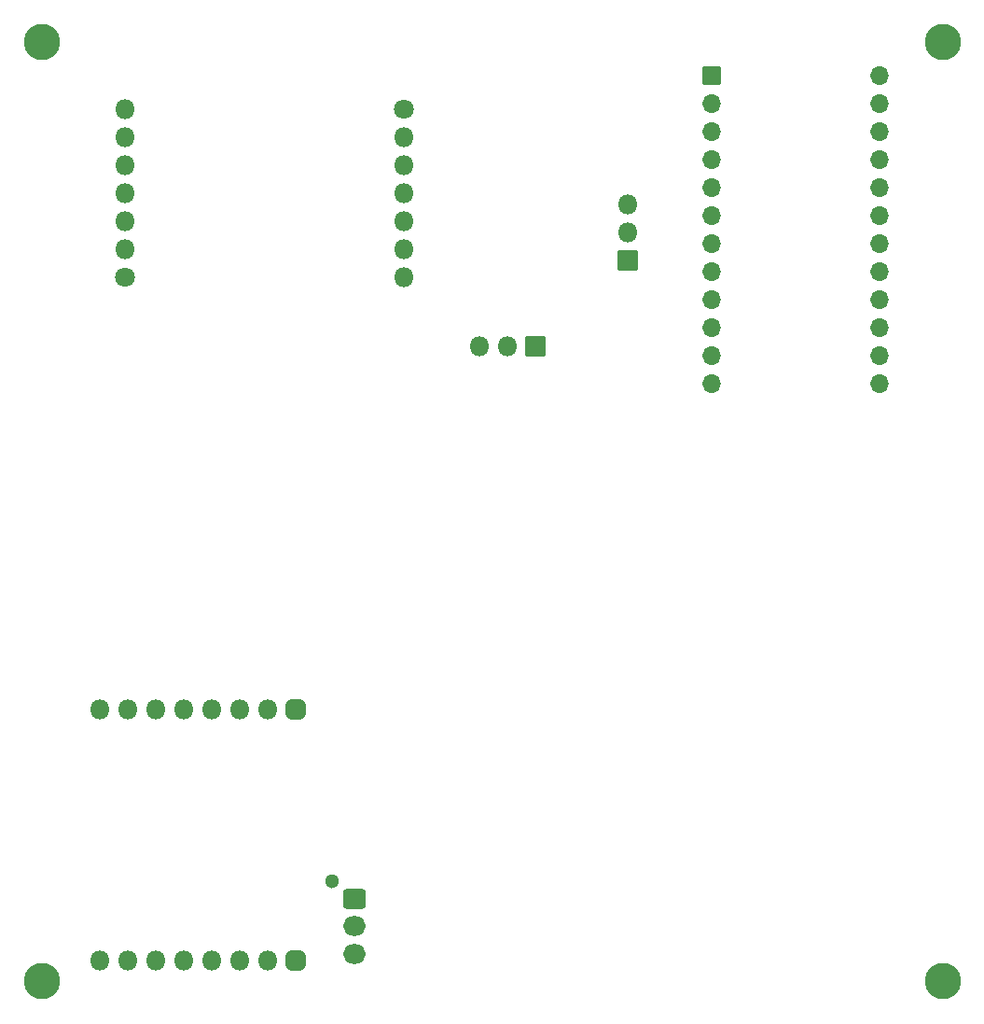
<source format=gbr>
%TF.GenerationSoftware,KiCad,Pcbnew,(6.0.1)*%
%TF.CreationDate,2023-04-08T22:05:36+08:00*%
%TF.ProjectId,Scroller Motor 1,5363726f-6c6c-4657-9220-4d6f746f7220,rev?*%
%TF.SameCoordinates,Original*%
%TF.FileFunction,Soldermask,Bot*%
%TF.FilePolarity,Negative*%
%FSLAX46Y46*%
G04 Gerber Fmt 4.6, Leading zero omitted, Abs format (unit mm)*
G04 Created by KiCad (PCBNEW (6.0.1)) date 2023-04-08 22:05:36*
%MOMM*%
%LPD*%
G01*
G04 APERTURE LIST*
G04 Aperture macros list*
%AMRoundRect*
0 Rectangle with rounded corners*
0 $1 Rounding radius*
0 $2 $3 $4 $5 $6 $7 $8 $9 X,Y pos of 4 corners*
0 Add a 4 corners polygon primitive as box body*
4,1,4,$2,$3,$4,$5,$6,$7,$8,$9,$2,$3,0*
0 Add four circle primitives for the rounded corners*
1,1,$1+$1,$2,$3*
1,1,$1+$1,$4,$5*
1,1,$1+$1,$6,$7*
1,1,$1+$1,$8,$9*
0 Add four rect primitives between the rounded corners*
20,1,$1+$1,$2,$3,$4,$5,0*
20,1,$1+$1,$4,$5,$6,$7,0*
20,1,$1+$1,$6,$7,$8,$9,0*
20,1,$1+$1,$8,$9,$2,$3,0*%
G04 Aperture macros list end*
%ADD10RoundRect,0.449500X0.450500X-0.450500X0.450500X0.450500X-0.450500X0.450500X-0.450500X-0.450500X0*%
%ADD11O,1.800000X1.800000*%
%ADD12C,3.300000*%
%ADD13RoundRect,0.050000X-0.850000X0.850000X-0.850000X-0.850000X0.850000X-0.850000X0.850000X0.850000X0*%
%ADD14RoundRect,0.050000X0.800000X0.800000X-0.800000X0.800000X-0.800000X-0.800000X0.800000X-0.800000X0*%
%ADD15O,1.700000X1.700000*%
%ADD16RoundRect,0.050000X0.850000X0.850000X-0.850000X0.850000X-0.850000X-0.850000X0.850000X-0.850000X0*%
%ADD17C,1.800000*%
%ADD18C,1.300000*%
%ADD19RoundRect,0.300000X-0.725000X0.600000X-0.725000X-0.600000X0.725000X-0.600000X0.725000X0.600000X0*%
%ADD20O,2.050000X1.800000*%
G04 APERTURE END LIST*
D10*
%TO.C,TMC1*%
X100622893Y-130547107D03*
D11*
X98082893Y-130547107D03*
X95542893Y-130547107D03*
X93002893Y-130547107D03*
X90462893Y-130547107D03*
X87922893Y-130547107D03*
X85382893Y-130547107D03*
X82842893Y-130547107D03*
D10*
X100622893Y-153347107D03*
D11*
X98082893Y-153347107D03*
X95542893Y-153347107D03*
X93002893Y-153347107D03*
X90462893Y-153347107D03*
X87922893Y-153347107D03*
X85382893Y-153347107D03*
X82842893Y-153347107D03*
%TD*%
D12*
%TO.C,MHole_4*%
X77600000Y-70000000D03*
%TD*%
D13*
%TO.C,J2*%
X122400000Y-97600000D03*
D11*
X119860000Y-97600000D03*
X117320000Y-97600000D03*
%TD*%
D12*
%TO.C,MHole_3*%
X77600000Y-155200000D03*
%TD*%
D14*
%TO.C,QMK1*%
X138430000Y-73025000D03*
D15*
X138430000Y-75565000D03*
X138430000Y-78105000D03*
X138430000Y-80645000D03*
X138430000Y-83185000D03*
X138430000Y-85725000D03*
X138430000Y-88265000D03*
X138430000Y-90805000D03*
X138430000Y-93345000D03*
X138430000Y-95885000D03*
X138430000Y-98425000D03*
X138430000Y-100965000D03*
X153670000Y-100965000D03*
X153670000Y-98425000D03*
X153670000Y-95885000D03*
X153670000Y-93345000D03*
X153670000Y-90805000D03*
X153670000Y-88265000D03*
X153670000Y-85725000D03*
X153670000Y-83185000D03*
X153670000Y-80645000D03*
X153670000Y-78105000D03*
X153670000Y-75565000D03*
X153670000Y-73025000D03*
%TD*%
D16*
%TO.C,J3*%
X130800000Y-89800000D03*
D11*
X130800000Y-87260000D03*
X130800000Y-84720000D03*
%TD*%
%TO.C,ESP32*%
X85170500Y-76106000D03*
X85170500Y-78646000D03*
X85170500Y-81186000D03*
X85170500Y-83726000D03*
X85170500Y-86266000D03*
X85170500Y-88806000D03*
D17*
X85170500Y-91346000D03*
X110490000Y-76126000D03*
D11*
X110490000Y-78666000D03*
X110490000Y-81206000D03*
X110490000Y-83746000D03*
X110490000Y-86286000D03*
X110490000Y-88826000D03*
X110490000Y-91366000D03*
%TD*%
D12*
%TO.C,MHole_2*%
X159400000Y-155200000D03*
%TD*%
%TO.C,MHole_1*%
X159385000Y-70000000D03*
%TD*%
D18*
%TO.C,J1*%
X104000000Y-146100000D03*
D19*
X106000000Y-147700000D03*
D20*
X106000000Y-150200000D03*
X106000000Y-152700000D03*
%TD*%
M02*

</source>
